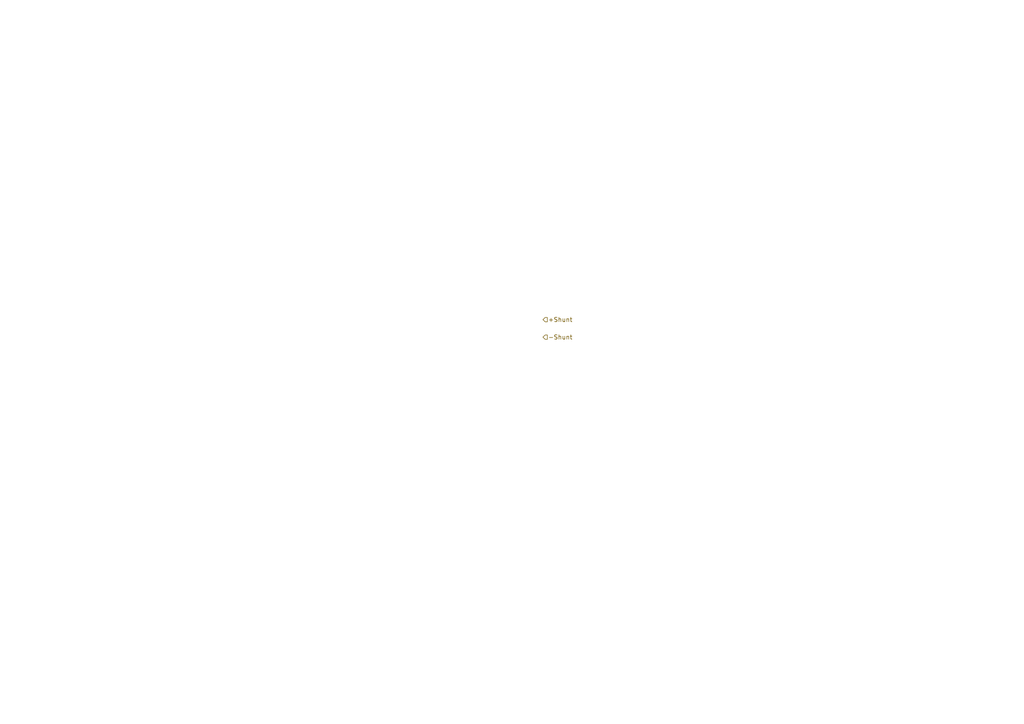
<source format=kicad_sch>
(kicad_sch
	(version 20250114)
	(generator "eeschema")
	(generator_version "9.0")
	(uuid "a75b9d60-efe3-42a6-8800-d99f3a66afe7")
	(paper "A4")
	(lib_symbols)
	(hierarchical_label "+Shunt"
		(shape input)
		(at 157.48 92.71 0)
		(effects
			(font
				(size 1.27 1.27)
			)
			(justify left)
		)
		(uuid "640df541-d786-4fcc-9478-ea2582acf5be")
	)
	(hierarchical_label "-Shunt"
		(shape input)
		(at 157.48 97.79 0)
		(effects
			(font
				(size 1.27 1.27)
			)
			(justify left)
		)
		(uuid "7ba5acc0-bc70-492f-b520-eaf3037d3884")
	)
)

</source>
